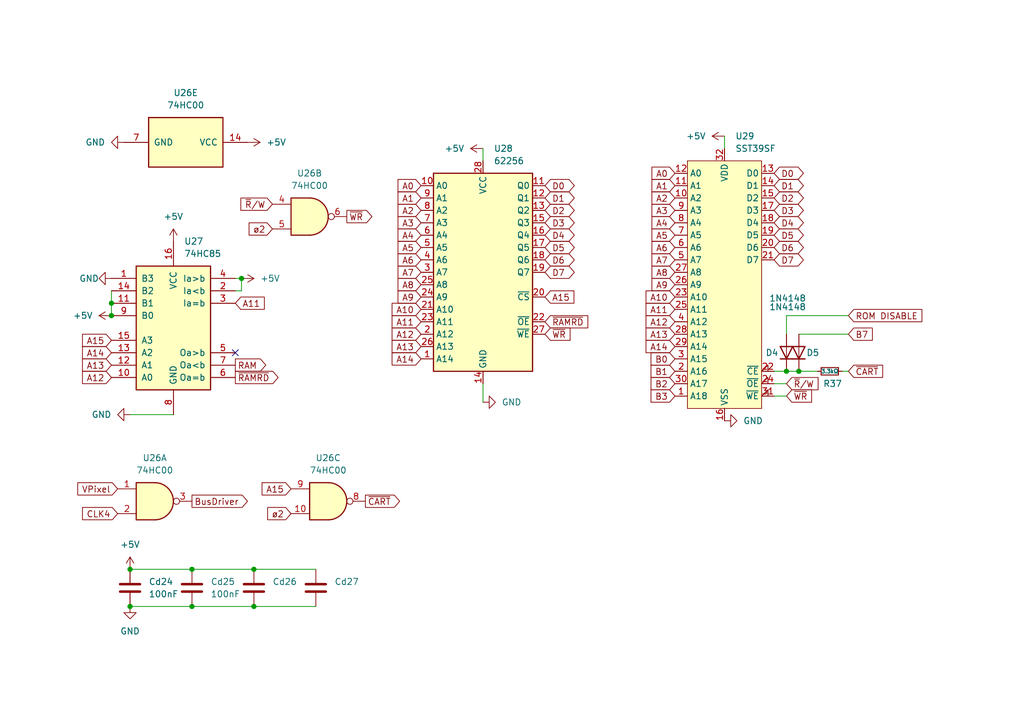
<source format=kicad_sch>
(kicad_sch (version 20231120) (generator "eeschema") (generator_version "8.0")
  (paper "A5")
  (title_block (title "Memory Mapping and RAM"))
  (lib_symbols
    (symbol "74xx:74HC00" (pin_names (offset 1.016))
      (property "Reference" "U" (at 0 1.27 0))
      (property "Value" "74HC00" (at 0 -1.27 0))
      (symbol "74HC00_1_1"
        (arc (start 0 -3.81) (mid 3.7934 0) (end 0 3.81) (stroke (width 0.254)) (fill (type background)))
        (polyline (pts (xy 0 3.81) (xy -3.81 3.81) (xy -3.81 -3.81) (xy 0 -3.81)) (stroke (width 0.254)) (fill (type background)))
        (pin input line (at -7.62 2.54 0) (length 3.81) (name "~") (number "1"))
        (pin input line (at -7.62 -2.54 0) (length 3.81) (name "~") (number "2"))
        (pin output inverted (at 7.62 0 180) (length 3.81) (name "~") (number "3"))
      )
      (symbol "74HC00_1_2"
        (arc (start -3.81 -3.81) (mid -2.589 0) (end -3.81 3.81) (stroke (width 0.254)))
        (arc (start -0.6096 -3.81) (mid 2.1842 -2.5851) (end 3.81 0) (stroke (width 0.254)) (fill (type background)))
        (polyline (pts (xy -3.81 -3.81) (xy -0.635 -3.81)) (stroke (width 0.254)) (fill (type background)))
        (polyline (pts (xy -3.81 3.81) (xy -0.635 3.81)) (stroke (width 0.254)) (fill (type background)))
        (polyline (pts (xy -0.635 3.81) (xy -3.81 3.81) (xy -3.81 3.81) (xy -3.556 3.4036) (xy -3.0226 2.2606) (xy -2.6924 1.0414) (xy -2.6162 -0.254) (xy -2.7686 -1.4986) (xy -3.175 -2.7178) (xy -3.81 -3.81) (xy -3.81 -3.81) (xy -0.635 -3.81)) (stroke (width -25.4)) (fill (type background)))
        (arc (start 3.81 0) (mid 2.1915 2.5936) (end -0.6096 3.81) (stroke (width 0.254)) (fill (type background)))
        (pin input inverted (at -7.62 2.54 0) (length 4.318) (name "~") (number "1"))
        (pin input inverted (at -7.62 -2.54 0) (length 4.318) (name "~") (number "2"))
        (pin output line (at 7.62 0 180) (length 3.81) (name "~") (number "3"))
      )
      (symbol "74HC00_2_1"
        (arc (start 0 -3.81) (mid 3.7934 0) (end 0 3.81) (stroke (width 0.254)) (fill (type background)))
        (polyline (pts (xy 0 3.81) (xy -3.81 3.81) (xy -3.81 -3.81) (xy 0 -3.81)) (stroke (width 0.254)) (fill (type background)))
        (pin input line (at -7.62 2.54 0) (length 3.81) (name "~") (number "4"))
        (pin input line (at -7.62 -2.54 0) (length 3.81) (name "~") (number "5"))
        (pin output inverted (at 7.62 0 180) (length 3.81) (name "~") (number "6"))
      )
      (symbol "74HC00_2_2"
        (arc (start -3.81 -3.81) (mid -2.589 0) (end -3.81 3.81) (stroke (width 0.254)))
        (arc (start -0.6096 -3.81) (mid 2.1842 -2.5851) (end 3.81 0) (stroke (width 0.254)) (fill (type background)))
        (polyline (pts (xy -3.81 -3.81) (xy -0.635 -3.81)) (stroke (width 0.254)) (fill (type background)))
        (polyline (pts (xy -3.81 3.81) (xy -0.635 3.81)) (stroke (width 0.254)) (fill (type background)))
        (polyline (pts (xy -0.635 3.81) (xy -3.81 3.81) (xy -3.81 3.81) (xy -3.556 3.4036) (xy -3.0226 2.2606) (xy -2.6924 1.0414) (xy -2.6162 -0.254) (xy -2.7686 -1.4986) (xy -3.175 -2.7178) (xy -3.81 -3.81) (xy -3.81 -3.81) (xy -0.635 -3.81)) (stroke (width -25.4)) (fill (type background)))
        (arc (start 3.81 0) (mid 2.1915 2.5936) (end -0.6096 3.81) (stroke (width 0.254)) (fill (type background)))
        (pin input inverted (at -7.62 2.54 0) (length 4.318) (name "~") (number "4"))
        (pin input inverted (at -7.62 -2.54 0) (length 4.318) (name "~") (number "5"))
        (pin output line (at 7.62 0 180) (length 3.81) (name "~") (number "6"))
      )
      (symbol "74HC00_3_1"
        (arc (start 0 -3.81) (mid 3.7934 0) (end 0 3.81) (stroke (width 0.254)) (fill (type background)))
        (polyline (pts (xy 0 3.81) (xy -3.81 3.81) (xy -3.81 -3.81) (xy 0 -3.81)) (stroke (width 0.254)) (fill (type background)))
        (pin input line (at -7.62 -2.54 0) (length 3.81) (name "~") (number "10"))
        (pin output inverted (at 7.62 0 180) (length 3.81) (name "~") (number "8"))
        (pin input line (at -7.62 2.54 0) (length 3.81) (name "~") (number "9"))
      )
      (symbol "74HC00_3_2"
        (arc (start -3.81 -3.81) (mid -2.589 0) (end -3.81 3.81) (stroke (width 0.254)))
        (arc (start -0.6096 -3.81) (mid 2.1842 -2.5851) (end 3.81 0) (stroke (width 0.254)) (fill (type background)))
        (polyline (pts (xy -3.81 -3.81) (xy -0.635 -3.81)) (stroke (width 0.254)) (fill (type background)))
        (polyline (pts (xy -3.81 3.81) (xy -0.635 3.81)) (stroke (width 0.254)) (fill (type background)))
        (polyline (pts (xy -0.635 3.81) (xy -3.81 3.81) (xy -3.81 3.81) (xy -3.556 3.4036) (xy -3.0226 2.2606) (xy -2.6924 1.0414) (xy -2.6162 -0.254) (xy -2.7686 -1.4986) (xy -3.175 -2.7178) (xy -3.81 -3.81) (xy -3.81 -3.81) (xy -0.635 -3.81)) (stroke (width -25.4)) (fill (type background)))
        (arc (start 3.81 0) (mid 2.1915 2.5936) (end -0.6096 3.81) (stroke (width 0.254)) (fill (type background)))
        (pin input inverted (at -7.62 -2.54 0) (length 4.318) (name "~") (number "10"))
        (pin output line (at 7.62 0 180) (length 3.81) (name "~") (number "8"))
        (pin input inverted (at -7.62 2.54 0) (length 4.318) (name "~") (number "9"))
      )
      (symbol "74HC00_4_1"
        (arc (start 0 -3.81) (mid 3.7934 0) (end 0 3.81) (stroke (width 0.254)) (fill (type background)))
        (polyline (pts (xy 0 3.81) (xy -3.81 3.81) (xy -3.81 -3.81) (xy 0 -3.81)) (stroke (width 0.254)) (fill (type background)))
        (pin output inverted (at 7.62 0 180) (length 3.81) (name "~") (number "11"))
        (pin input line (at -7.62 2.54 0) (length 3.81) (name "~") (number "12"))
        (pin input line (at -7.62 -2.54 0) (length 3.81) (name "~") (number "13"))
      )
      (symbol "74HC00_4_2"
        (arc (start -3.81 -3.81) (mid -2.589 0) (end -3.81 3.81) (stroke (width 0.254)))
        (arc (start -0.6096 -3.81) (mid 2.1842 -2.5851) (end 3.81 0) (stroke (width 0.254)) (fill (type background)))
        (polyline (pts (xy -3.81 -3.81) (xy -0.635 -3.81)) (stroke (width 0.254)) (fill (type background)))
        (polyline (pts (xy -3.81 3.81) (xy -0.635 3.81)) (stroke (width 0.254)) (fill (type background)))
        (polyline (pts (xy -0.635 3.81) (xy -3.81 3.81) (xy -3.81 3.81) (xy -3.556 3.4036) (xy -3.0226 2.2606) (xy -2.6924 1.0414) (xy -2.6162 -0.254) (xy -2.7686 -1.4986) (xy -3.175 -2.7178) (xy -3.81 -3.81) (xy -3.81 -3.81) (xy -0.635 -3.81)) (stroke (width -25.4)) (fill (type background)))
        (arc (start 3.81 0) (mid 2.1915 2.5936) (end -0.6096 3.81) (stroke (width 0.254)) (fill (type background)))
        (pin output line (at 7.62 0 180) (length 3.81) (name "~") (number "11"))
        (pin input inverted (at -7.62 2.54 0) (length 4.318) (name "~") (number "12"))
        (pin input inverted (at -7.62 -2.54 0) (length 4.318) (name "~") (number "13"))
      )
      (symbol "74HC00_5_0"
        (pin power_in line (at 0 12.7 270) (length 5.08) (name "VCC") (number "14"))
        (pin power_in line (at 0 -12.7 90) (length 5.08) (name "GND") (number "7"))
      )
      (symbol "74HC00_5_1"
        (rectangle (start -5.08 7.62) (end 5.08 -7.62) (stroke (width 0.254)) (fill (type background)))
      )
    )
    (symbol "74xx:74HC85" (pin_names (offset 1.016))
      (property "Reference" "U" (at -7.62 13.97 0))
      (property "Value" "74HC85" (at -7.62 -13.97 0))
      (symbol "74HC85_1_0"
        (pin input line (at -12.7 10.16 0) (length 5.08) (name "B3") (number "1"))
        (pin input line (at -12.7 -10.16 0) (length 5.08) (name "A0") (number "10"))
        (pin input line (at -12.7 5.08 0) (length 5.08) (name "B1") (number "11"))
        (pin input line (at -12.7 -7.62 0) (length 5.08) (name "A1") (number "12"))
        (pin input line (at -12.7 -5.08 0) (length 5.08) (name "A2") (number "13"))
        (pin input line (at -12.7 7.62 0) (length 5.08) (name "B2") (number "14"))
        (pin input line (at -12.7 -2.54 0) (length 5.08) (name "A3") (number "15"))
        (pin power_in line (at 0 17.78 270) (length 5.08) (name "VCC") (number "16"))
        (pin input line (at 12.7 7.62 180) (length 5.08) (name "Ia<b") (number "2"))
        (pin input line (at 12.7 5.08 180) (length 5.08) (name "Ia=b") (number "3"))
        (pin input line (at 12.7 10.16 180) (length 5.08) (name "Ia>b") (number "4"))
        (pin output line (at 12.7 -5.08 180) (length 5.08) (name "Oa>b") (number "5"))
        (pin output line (at 12.7 -10.16 180) (length 5.08) (name "Oa=b") (number "6"))
        (pin output line (at 12.7 -7.62 180) (length 5.08) (name "Oa<b") (number "7"))
        (pin power_in line (at 0 -17.78 90) (length 5.08) (name "GND") (number "8"))
        (pin input line (at -12.7 2.54 0) (length 5.08) (name "B0") (number "9"))
      )
      (symbol "74HC85_1_1"
        (rectangle (start -7.62 12.7) (end 7.62 -12.7) (stroke (width 0.254)) (fill (type background)))
      )
    )
    (symbol "Device:C" (pin_numbers hide) (pin_names (offset 0.254))
      (property "Reference" "C" (at 0.635 2.54 0))
      (property "Value" "C" (at 0.635 -2.54 0))
      (symbol "C_0_1"
        (polyline (pts (xy -2.032 -0.762) (xy 2.032 -0.762)) (stroke (width 0.508)))
        (polyline (pts (xy -2.032 0.762) (xy 2.032 0.762)) (stroke (width 0.508)))
      )
      (symbol "C_1_1"
        (pin passive line (at 0 3.81 270) (length 2.794) (name "~") (number "1"))
        (pin passive line (at 0 -3.81 90) (length 2.794) (name "~") (number "2"))
      )
    )
    (symbol "Device:R_Small" (pin_numbers hide) (pin_names (offset 0.254) hide)
      (property "Reference" "R" (at 0.762 0.508 0))
      (property "Value" "R_Small" (at 0.762 -1.016 0))
      (symbol "R_Small_0_1"
        (rectangle (start -0.762 1.778) (end 0.762 -1.778) (stroke (width 0.2032)))
      )
      (symbol "R_Small_1_1"
        (pin passive line (at 0 2.54 270) (length 0.762) (name "~") (number "1"))
        (pin passive line (at 0 -2.54 90) (length 0.762) (name "~") (number "2"))
      )
    )
    (symbol "Diode:1N4148" (pin_numbers hide) (pin_names hide)
      (property "Reference" "D" (at 0 2.54 0))
      (property "Value" "1N4148" (at 0 -2.54 0))
      (symbol "1N4148_0_1"
        (polyline (pts (xy -1.27 1.27) (xy -1.27 -1.27)) (stroke (width 0.254)))
        (polyline (pts (xy 1.27 0) (xy -1.27 0)))
        (polyline (pts (xy 1.27 1.27) (xy 1.27 -1.27) (xy -1.27 0) (xy 1.27 1.27)) (stroke (width 0.254)))
      )
      (symbol "1N4148_1_1"
        (pin passive line (at -3.81 0 0) (length 2.54) (name "K") (number "1"))
        (pin passive line (at 3.81 0 180) (length 2.54) (name "A") (number "2"))
      )
    )
    (symbol "GND_1" (power) (pin_numbers hide) (pin_names (offset 0) hide)
      (property "Value" "GND" (at 0 -3.81 0))
      (symbol "GND_1_0_1"
        (polyline (pts (xy 0 0) (xy 0 -1.27) (xy 1.27 -1.27) (xy 0 -2.54) (xy -1.27 -1.27) (xy 0 -1.27)))
      )
      (symbol "GND_1_1_1"
        (pin power_in line (at 0 0 270) (length 0) (name "~") (number "1"))
      )
    )
    (symbol "Memory_Lib:SST39SF040"
      (property "Reference" "U" (at 11.43 54.61 0))
      (property "Value" "SST39SF040" (at 19.05 52.07 0))
      (symbol "SST39SF040_1_1"
        (rectangle (start 0 50.8) (end 15.24 0) (fill (type background)))
        (pin input line (at -2.54 2.54 0) (length 2.54) (name "A18") (number "1"))
        (pin input line (at -2.54 43.18 0) (length 2.54) (name "A2") (number "10"))
        (pin input line (at -2.54 45.72 0) (length 2.54) (name "A1") (number "11"))
        (pin input line (at -2.54 48.26 0) (length 2.54) (name "A0") (number "12"))
        (pin bidirectional line (at 17.78 48.26 180) (length 2.54) (name "D0") (number "13"))
        (pin bidirectional line (at 17.78 45.72 180) (length 2.54) (name "D1") (number "14"))
        (pin bidirectional line (at 17.78 43.18 180) (length 2.54) (name "D2") (number "15"))
        (pin power_in line (at 7.62 -2.54 90) (length 2.54) (name "VSS") (number "16"))
        (pin bidirectional line (at 17.78 40.64 180) (length 2.54) (name "D3") (number "17"))
        (pin bidirectional line (at 17.78 38.1 180) (length 2.54) (name "D4") (number "18"))
        (pin bidirectional line (at 17.78 35.56 180) (length 2.54) (name "D5") (number "19"))
        (pin input line (at -2.54 7.62 0) (length 2.54) (name "A16") (number "2"))
        (pin bidirectional line (at 17.78 33.02 180) (length 2.54) (name "D6") (number "20"))
        (pin bidirectional line (at 17.78 30.48 180) (length 2.54) (name "D7") (number "21"))
        (pin input input_low (at 17.78 7.62 180) (length 2.54) (name "~{CE}") (number "22"))
        (pin input line (at -2.54 22.86 0) (length 2.54) (name "A10") (number "23"))
        (pin input input_low (at 17.78 5.08 180) (length 2.54) (name "~{OE}") (number "24"))
        (pin input line (at -2.54 20.32 0) (length 2.54) (name "A11") (number "25"))
        (pin input line (at -2.54 25.4 0) (length 2.54) (name "A9") (number "26"))
        (pin input line (at -2.54 27.94 0) (length 2.54) (name "A8") (number "27"))
        (pin input line (at -2.54 15.24 0) (length 2.54) (name "A13") (number "28"))
        (pin input line (at -2.54 12.7 0) (length 2.54) (name "A14") (number "29"))
        (pin input line (at -2.54 10.16 0) (length 2.54) (name "A15") (number "3"))
        (pin input line (at -2.54 5.08 0) (length 2.54) (name "A17") (number "30"))
        (pin input input_low (at 17.78 2.54 180) (length 2.54) (name "~{WE}") (number "31"))
        (pin power_in line (at 7.62 53.34 270) (length 2.54) (name "VDD") (number "32"))
        (pin input line (at -2.54 17.78 0) (length 2.54) (name "A12") (number "4"))
        (pin input line (at -2.54 30.48 0) (length 2.54) (name "A7") (number "5"))
        (pin input line (at -2.54 33.02 0) (length 2.54) (name "A6") (number "6"))
        (pin input line (at -2.54 35.56 0) (length 2.54) (name "A5") (number "7"))
        (pin input line (at -2.54 38.1 0) (length 2.54) (name "A4") (number "8"))
        (pin input line (at -2.54 40.64 0) (length 2.54) (name "A3") (number "9"))
      )
    )
    (symbol "Memory_RAM:HM62256BLP"
      (property "Reference" "U" (at -10.16 20.955 0))
      (property "Value" "HM62256BLP" (at 2.54 20.955 0))
      (symbol "HM62256BLP_0_0"
        (pin power_in line (at 0 -22.86 90) (length 2.54) (name "GND") (number "14"))
        (pin power_in line (at 0 22.86 270) (length 2.54) (name "VCC") (number "28"))
      )
      (symbol "HM62256BLP_0_1"
        (rectangle (start -10.16 20.32) (end 10.16 -20.32) (stroke (width 0.254)) (fill (type background)))
      )
      (symbol "HM62256BLP_1_1"
        (pin input line (at -12.7 -17.78 0) (length 2.54) (name "A14") (number "1"))
        (pin input line (at -12.7 17.78 0) (length 2.54) (name "A0") (number "10"))
        (pin tri_state line (at 12.7 17.78 180) (length 2.54) (name "Q0") (number "11"))
        (pin tri_state line (at 12.7 15.24 180) (length 2.54) (name "Q1") (number "12"))
        (pin tri_state line (at 12.7 12.7 180) (length 2.54) (name "Q2") (number "13"))
        (pin tri_state line (at 12.7 10.16 180) (length 2.54) (name "Q3") (number "15"))
        (pin tri_state line (at 12.7 7.62 180) (length 2.54) (name "Q4") (number "16"))
        (pin tri_state line (at 12.7 5.08 180) (length 2.54) (name "Q5") (number "17"))
        (pin tri_state line (at 12.7 2.54 180) (length 2.54) (name "Q6") (number "18"))
        (pin tri_state line (at 12.7 0 180) (length 2.54) (name "Q7") (number "19"))
        (pin input line (at -12.7 -12.7 0) (length 2.54) (name "A12") (number "2"))
        (pin input line (at 12.7 -5.08 180) (length 2.54) (name "~{CS}") (number "20"))
        (pin input line (at -12.7 -7.62 0) (length 2.54) (name "A10") (number "21"))
        (pin input line (at 12.7 -10.16 180) (length 2.54) (name "~{OE}") (number "22"))
        (pin input line (at -12.7 -10.16 0) (length 2.54) (name "A11") (number "23"))
        (pin input line (at -12.7 -5.08 0) (length 2.54) (name "A9") (number "24"))
        (pin input line (at -12.7 -2.54 0) (length 2.54) (name "A8") (number "25"))
        (pin input line (at -12.7 -15.24 0) (length 2.54) (name "A13") (number "26"))
        (pin input line (at 12.7 -12.7 180) (length 2.54) (name "~{WE}") (number "27"))
        (pin input line (at -12.7 0 0) (length 2.54) (name "A7") (number "3"))
        (pin input line (at -12.7 2.54 0) (length 2.54) (name "A6") (number "4"))
        (pin input line (at -12.7 5.08 0) (length 2.54) (name "A5") (number "5"))
        (pin input line (at -12.7 7.62 0) (length 2.54) (name "A4") (number "6"))
        (pin input line (at -12.7 10.16 0) (length 2.54) (name "A3") (number "7"))
        (pin input line (at -12.7 12.7 0) (length 2.54) (name "A2") (number "8"))
        (pin input line (at -12.7 15.24 0) (length 2.54) (name "A1") (number "9"))
      )
    )
    (symbol "power:+5V" (power) (pin_names (offset 0))
      (property "Value" "+5V" (at 0 3.556 0))
      (symbol "+5V_0_1"
        (polyline (pts (xy -0.762 1.27) (xy 0 2.54)))
        (polyline (pts (xy 0 0) (xy 0 2.54)))
        (polyline (pts (xy 0 2.54) (xy 0.762 1.27)))
      )
      (symbol "+5V_1_1"
        (pin power_in line (at 0 0 90) (length 0) hide (name "+5V") (number "1"))
      )
    )
    (symbol "power:GND" (power) (pin_names (offset 0))
      (property "Value" "GND" (at 0 -3.81 0))
      (symbol "GND_0_1"
        (polyline (pts (xy 0 0) (xy 0 -1.27) (xy 1.27 -1.27) (xy 0 -2.54) (xy -1.27 -1.27) (xy 0 -1.27)))
      )
      (symbol "GND_1_1"
        (pin power_in line (at 0 0 270) (length 0) hide (name "GND") (number "1"))
      )
    )
  )
  (junction (at 49.53 57.15))
  (junction (at 26.67 124.46))
  (junction (at 52.07 124.46))
  (junction (at 22.86 64.77))
  (junction (at 22.86 62.23))
  (junction (at 163.83 76.2))
  (junction (at 161.29 76.2))
  (junction (at 52.07 116.84))
  (junction (at 26.67 116.84))
  (junction (at 39.37 116.84))
  (junction (at 39.37 124.46))
  (no_connect (at 48.26 72.39))
  (wire (pts (xy 39.37 124.46) (xy 52.07 124.46)))
  (wire (pts (xy 26.67 116.84) (xy 39.37 116.84)))
  (wire (pts (xy 163.83 68.58) (xy 173.99 68.58)))
  (wire (pts (xy 26.67 124.46) (xy 39.37 124.46)))
  (wire (pts (xy 26.67 85.09) (xy 35.56 85.09)))
  (wire (pts (xy 99.06 78.74) (xy 99.06 82.55)))
  (wire (pts (xy 52.07 116.84) (xy 64.77 116.84)))
  (wire (pts (xy 173.99 64.77) (xy 161.29 64.77)))
  (wire (pts (xy 163.83 76.2) (xy 167.64 76.2)))
  (wire (pts (xy 52.07 124.46) (xy 64.77 124.46)))
  (wire (pts (xy 161.29 64.77) (xy 161.29 68.58)))
  (wire (pts (xy 158.75 78.74) (xy 161.29 78.74)))
  (wire (pts (xy 161.29 81.28) (xy 158.75 81.28)))
  (wire (pts (xy 22.86 59.69) (xy 22.86 62.23)))
  (wire (pts (xy 99.06 30.48) (xy 99.06 33.02)))
  (wire (pts (xy 148.59 27.94) (xy 148.59 30.48)))
  (wire (pts (xy 22.86 62.23) (xy 22.86 64.77)))
  (wire (pts (xy 161.29 76.2) (xy 163.83 76.2)))
  (wire (pts (xy 158.75 76.2) (xy 161.29 76.2)))
  (wire (pts (xy 49.53 57.15) (xy 49.53 59.69)))
  (wire (pts (xy 49.53 57.15) (xy 48.26 57.15)))
  (wire (pts (xy 39.37 116.84) (xy 52.07 116.84)))
  (wire (pts (xy 48.26 59.69) (xy 49.53 59.69)))
  (wire (pts (xy 172.72 76.2) (xy 173.99 76.2)))
  (global_label "A0" (shape input) (at 138.43 35.56 180) (property "Intersheetrefs" "${INTERSHEET_REFS}" (effects (hide yes))))
  (global_label "RAM" (shape output) (at 48.26 74.93 0) (property "Intersheetrefs" "${INTERSHEET_REFS}" (effects (hide yes))))
  (global_label "D5" (shape bidirectional) (at 111.76 50.8 0) (property "Intersheetrefs" "${INTERSHEET_REFS}" (effects (hide yes))))
  (global_label "A4" (shape input) (at 86.36 48.26 180) (property "Intersheetrefs" "${INTERSHEET_REFS}" (effects (hide yes))))
  (global_label "~{CART}" (shape input) (at 173.99 76.2 0) (property "Intersheetrefs" "${INTERSHEET_REFS}" (effects (hide yes))))
  (global_label "A10" (shape input) (at 86.36 63.5 180) (property "Intersheetrefs" "${INTERSHEET_REFS}" (effects (hide yes))))
  (global_label "A5" (shape input) (at 86.36 50.8 180) (property "Intersheetrefs" "${INTERSHEET_REFS}" (effects (hide yes))))
  (global_label "~{WR}" (shape output) (at 71.12 44.45 0) (property "Intersheetrefs" "${INTERSHEET_REFS}" (effects (hide yes))))
  (global_label "A0" (shape input) (at 86.36 38.1 180) (property "Intersheetrefs" "${INTERSHEET_REFS}" (effects (hide yes))))
  (global_label "~{R}{slash}W" (shape input) (at 161.29 78.74 0) (property "Intersheetrefs" "${INTERSHEET_REFS}" (effects (hide yes))))
  (global_label "D1" (shape bidirectional) (at 158.75 38.1 0) (property "Intersheetrefs" "${INTERSHEET_REFS}" (effects (hide yes))))
  (global_label "D2" (shape bidirectional) (at 158.75 40.64 0) (property "Intersheetrefs" "${INTERSHEET_REFS}" (effects (hide yes))))
  (global_label "D4" (shape bidirectional) (at 158.75 45.72 0) (property "Intersheetrefs" "${INTERSHEET_REFS}" (effects (hide yes))))
  (global_label "A12" (shape input) (at 86.36 68.58 180) (property "Intersheetrefs" "${INTERSHEET_REFS}" (effects (hide yes))))
  (global_label "A14" (shape input) (at 22.86 72.39 180) (property "Intersheetrefs" "${INTERSHEET_REFS}" (effects (hide yes))))
  (global_label "BusDriver" (shape output) (at 39.37 102.87 0) (property "Intersheetrefs" "${INTERSHEET_REFS}" (effects (hide yes))))
  (global_label "A14" (shape input) (at 138.43 71.12 180) (property "Intersheetrefs" "${INTERSHEET_REFS}" (effects (hide yes))))
  (global_label "~{WR}" (shape input) (at 161.29 81.28 0) (property "Intersheetrefs" "${INTERSHEET_REFS}" (effects (hide yes))))
  (global_label "ø2" (shape input) (at 55.88 46.99 180) (property "Intersheetrefs" "${INTERSHEET_REFS}" (effects (hide yes))))
  (global_label "A8" (shape input) (at 138.43 55.88 180) (property "Intersheetrefs" "${INTERSHEET_REFS}" (effects (hide yes))))
  (global_label "D3" (shape bidirectional) (at 158.75 43.18 0) (property "Intersheetrefs" "${INTERSHEET_REFS}" (effects (hide yes))))
  (global_label "A13" (shape input) (at 138.43 68.58 180) (property "Intersheetrefs" "${INTERSHEET_REFS}" (effects (hide yes))))
  (global_label "ø2" (shape input) (at 59.69 105.41 180) (property "Intersheetrefs" "${INTERSHEET_REFS}" (effects (hide yes))))
  (global_label "B7" (shape input) (at 173.99 68.58 0) (property "Intersheetrefs" "${INTERSHEET_REFS}" (effects (hide yes))))
  (global_label "A11" (shape input) (at 48.26 62.23 0) (property "Intersheetrefs" "${INTERSHEET_REFS}" (effects (hide yes))))
  (global_label "A2" (shape input) (at 86.36 43.18 180) (property "Intersheetrefs" "${INTERSHEET_REFS}" (effects (hide yes))))
  (global_label "A14" (shape input) (at 86.36 73.66 180) (property "Intersheetrefs" "${INTERSHEET_REFS}" (effects (hide yes))))
  (global_label "A7" (shape input) (at 138.43 53.34 180) (property "Intersheetrefs" "${INTERSHEET_REFS}" (effects (hide yes))))
  (global_label "D6" (shape bidirectional) (at 111.76 53.34 0) (property "Intersheetrefs" "${INTERSHEET_REFS}" (effects (hide yes))))
  (global_label "CLK4" (shape input) (at 24.13 105.41 180) (property "Intersheetrefs" "${INTERSHEET_REFS}" (effects (hide yes))))
  (global_label "B1" (shape input) (at 138.43 76.2 180) (property "Intersheetrefs" "${INTERSHEET_REFS}" (effects (hide yes))))
  (global_label "D0" (shape bidirectional) (at 158.75 35.56 0) (property "Intersheetrefs" "${INTERSHEET_REFS}" (effects (hide yes))))
  (global_label "D4" (shape bidirectional) (at 111.76 48.26 0) (property "Intersheetrefs" "${INTERSHEET_REFS}" (effects (hide yes))))
  (global_label "D3" (shape bidirectional) (at 111.76 45.72 0) (property "Intersheetrefs" "${INTERSHEET_REFS}" (effects (hide yes))))
  (global_label "~{RAMRD}" (shape input) (at 111.76 66.04 0) (property "Intersheetrefs" "${INTERSHEET_REFS}" (effects (hide yes))))
  (global_label "A6" (shape input) (at 86.36 53.34 180) (property "Intersheetrefs" "${INTERSHEET_REFS}" (effects (hide yes))))
  (global_label "A13" (shape input) (at 22.86 74.93 180) (property "Intersheetrefs" "${INTERSHEET_REFS}" (effects (hide yes))))
  (global_label "D2" (shape bidirectional) (at 111.76 43.18 0) (property "Intersheetrefs" "${INTERSHEET_REFS}" (effects (hide yes))))
  (global_label "A11" (shape input) (at 138.43 63.5 180) (property "Intersheetrefs" "${INTERSHEET_REFS}" (effects (hide yes))))
  (global_label "ROM DISABLE" (shape input) (at 173.99 64.77 0) (property "Intersheetrefs" "${INTERSHEET_REFS}" (effects (hide yes))))
  (global_label "~{WR}" (shape input) (at 111.76 68.58 0) (property "Intersheetrefs" "${INTERSHEET_REFS}" (effects (hide yes))))
  (global_label "A15" (shape input) (at 22.86 69.85 180) (property "Intersheetrefs" "${INTERSHEET_REFS}" (effects (hide yes))))
  (global_label "A15" (shape input) (at 111.76 60.96 0) (property "Intersheetrefs" "${INTERSHEET_REFS}" (effects (hide yes))))
  (global_label "~{CART}" (shape output) (at 74.93 102.87 0) (property "Intersheetrefs" "${INTERSHEET_REFS}" (effects (hide yes))))
  (global_label "VPixel" (shape input) (at 24.13 100.33 180) (property "Intersheetrefs" "${INTERSHEET_REFS}" (effects (hide yes))))
  (global_label "A13" (shape input) (at 86.36 71.12 180) (property "Intersheetrefs" "${INTERSHEET_REFS}" (effects (hide yes))))
  (global_label "D6" (shape bidirectional) (at 158.75 50.8 0) (property "Intersheetrefs" "${INTERSHEET_REFS}" (effects (hide yes))))
  (global_label "A3" (shape input) (at 86.36 45.72 180) (property "Intersheetrefs" "${INTERSHEET_REFS}" (effects (hide yes))))
  (global_label "B0" (shape input) (at 138.43 73.66 180) (property "Intersheetrefs" "${INTERSHEET_REFS}" (effects (hide yes))))
  (global_label "A6" (shape input) (at 138.43 50.8 180) (property "Intersheetrefs" "${INTERSHEET_REFS}" (effects (hide yes))))
  (global_label "A12" (shape input) (at 22.86 77.47 180) (property "Intersheetrefs" "${INTERSHEET_REFS}" (effects (hide yes))))
  (global_label "A15" (shape input) (at 59.69 100.33 180) (property "Intersheetrefs" "${INTERSHEET_REFS}" (effects (hide yes))))
  (global_label "D7" (shape bidirectional) (at 111.76 55.88 0) (property "Intersheetrefs" "${INTERSHEET_REFS}" (effects (hide yes))))
  (global_label "~{RAMRD}" (shape output) (at 48.26 77.47 0) (property "Intersheetrefs" "${INTERSHEET_REFS}" (effects (hide yes))))
  (global_label "~{R}{slash}W" (shape input) (at 55.88 41.91 180) (property "Intersheetrefs" "${INTERSHEET_REFS}" (effects (hide yes))))
  (global_label "D5" (shape bidirectional) (at 158.75 48.26 0) (property "Intersheetrefs" "${INTERSHEET_REFS}" (effects (hide yes))))
  (global_label "A7" (shape input) (at 86.36 55.88 180) (property "Intersheetrefs" "${INTERSHEET_REFS}" (effects (hide yes))))
  (global_label "A1" (shape input) (at 86.36 40.64 180) (property "Intersheetrefs" "${INTERSHEET_REFS}" (effects (hide yes))))
  (global_label "A10" (shape input) (at 138.43 60.96 180) (property "Intersheetrefs" "${INTERSHEET_REFS}" (effects (hide yes))))
  (global_label "B3" (shape input) (at 138.43 81.28 180) (property "Intersheetrefs" "${INTERSHEET_REFS}" (effects (hide yes))))
  (global_label "A2" (shape input) (at 138.43 40.64 180) (property "Intersheetrefs" "${INTERSHEET_REFS}" (effects (hide yes))))
  (global_label "A3" (shape input) (at 138.43 43.18 180) (property "Intersheetrefs" "${INTERSHEET_REFS}" (effects (hide yes))))
  (global_label "A11" (shape input) (at 86.36 66.04 180) (property "Intersheetrefs" "${INTERSHEET_REFS}" (effects (hide yes))))
  (global_label "A12" (shape input) (at 138.43 66.04 180) (property "Intersheetrefs" "${INTERSHEET_REFS}" (effects (hide yes))))
  (global_label "A5" (shape input) (at 138.43 48.26 180) (property "Intersheetrefs" "${INTERSHEET_REFS}" (effects (hide yes))))
  (global_label "D7" (shape bidirectional) (at 158.75 53.34 0) (property "Intersheetrefs" "${INTERSHEET_REFS}" (effects (hide yes))))
  (global_label "A8" (shape input) (at 86.36 58.42 180) (property "Intersheetrefs" "${INTERSHEET_REFS}" (effects (hide yes))))
  (global_label "A1" (shape input) (at 138.43 38.1 180) (property "Intersheetrefs" "${INTERSHEET_REFS}" (effects (hide yes))))
  (global_label "B2" (shape input) (at 138.43 78.74 180) (property "Intersheetrefs" "${INTERSHEET_REFS}" (effects (hide yes))))
  (global_label "A4" (shape input) (at 138.43 45.72 180) (property "Intersheetrefs" "${INTERSHEET_REFS}" (effects (hide yes))))
  (global_label "A9" (shape input) (at 86.36 60.96 180) (property "Intersheetrefs" "${INTERSHEET_REFS}" (effects (hide yes))))
  (global_label "A9" (shape input) (at 138.43 58.42 180) (property "Intersheetrefs" "${INTERSHEET_REFS}" (effects (hide yes))))
  (global_label "D0" (shape bidirectional) (at 111.76 38.1 0) (property "Intersheetrefs" "${INTERSHEET_REFS}" (effects (hide yes))))
  (global_label "D1" (shape bidirectional) (at 111.76 40.64 0) (property "Intersheetrefs" "${INTERSHEET_REFS}" (effects (hide yes))))
  (symbol (lib_id "power:+5V") (at 49.53 57.15 270) (unit 1)
    (property "Reference" "#PWR0114" (effects (hide yes)))
    (property "Value" "+5V" (at 53.34 57.1499 90) (effects (justify left)))
  )
  (symbol (lib_id "Memory_RAM:HM62256BLP") (at 99.06 55.88 0) (unit 1)
    (property "Reference" "U28" (at 101.2541 30.48 0) (effects (justify left)))
    (property "Value" "62256" (at 101.2541 33.02 0) (effects (justify left)))
    (property "Footprint" "Smal:DIP-28_W15.24mm_Socket_LongPads_TWEAK" (effects (hide yes)))
    (property "Datasheet" "https://web.mit.edu/6.115/www/document/62256.pdf" (effects (hide yes)))
  )
  (symbol (lib_id "74xx:74HC00") (at 38.1 29.21 270) (unit 5)
    (property "Reference" "U26" (at 38.1 19.05 90))
    (property "Value" "74HC00" (at 38.1 21.59 90))
    (property "Footprint" "Smal:DIP-14_W7.62mm_Socket_LongPads_TWEAK" (effects (hide yes)))
    (property "Datasheet" "http://www.ti.com/lit/gpn/sn74hc00" (effects (hide yes)))
  )
  (symbol (lib_id "74xx:74HC00") (at 67.31 102.87 0) (unit 3)
    (property "Reference" "U26" (at 67.3017 93.98 0))
    (property "Value" "74HC00" (at 67.3017 96.52 0))
    (property "Footprint" "Smal:DIP-14_W7.62mm_Socket_LongPads_TWEAK" (effects (hide yes)))
    (property "Datasheet" "http://www.ti.com/lit/gpn/sn74hc00" (effects (hide yes)))
  )
  (symbol (lib_id "Device:C") (at 64.77 120.65 0) (unit 1)
    (property "Reference" "Cd27" (at 68.58 119.38 0) (effects (justify left)))
    (property "Value" "100nF" (effects (hide yes)))
    (property "Footprint" "Capacitor_THT:C_Disc_D3.0mm_W1.6mm_P2.50mm" (effects (hide yes)))
  )
  (symbol (lib_id "Device:C") (at 39.37 120.65 0) (unit 1)
    (property "Reference" "Cd25" (at 43.18 119.38 0) (effects (justify left)))
    (property "Value" "100nF" (at 43.18 121.92 0) (effects (justify left)))
    (property "Footprint" "Capacitor_THT:C_Disc_D3.0mm_W1.6mm_P2.50mm" (effects (hide yes)))
  )
  (symbol (lib_id "power:GND") (at 99.06 82.55 90) (unit 1)
    (property "Reference" "#PWR0126" (effects (hide yes)))
    (property "Value" "GND" (at 102.87 82.55 90) (effects (justify right)))
  )
  (symbol (lib_id "power:GND") (at 26.67 124.46 0) (unit 1)
    (property "Reference" "#PWR0118" (effects (hide yes)))
    (property "Value" "GND" (at 26.67 129.54 0))
  )
  (symbol (lib_id "Diode:1N4148") (at 161.29 72.39 90) (unit 1)
    (property "Reference" "D4" (at 156.972 72.39 90) (effects (justify right)))
    (property "Value" "1N4148" (at 157.734 62.992 90) (effects (justify right)))
    (property "Footprint" "Diode_THT:D_DO-34_SOD68_P7.62mm_Horizontal" (effects (hide yes)))
    (property "Datasheet" "https://assets.nexperia.com/documents/data-sheet/1N4148_1N4448.pdf" (effects (hide yes)))
    (property "Description" "100V 0.15A standard switching diode, DO-35" (effects (hide yes)))
    (property "Sim.Device" "D" (effects (hide yes)))
    (property "Sim.Pins" "1=K 2=A" (effects (hide yes)))
  )
  (symbol (lib_id "power:+5V") (at 22.86 64.77 90) (unit 1)
    (property "Reference" "#PWR0115" (effects (hide yes)))
    (property "Value" "+5V" (at 19.05 64.7699 90) (effects (justify left)))
  )
  (symbol (lib_id "Device:C") (at 26.67 120.65 0) (unit 1)
    (property "Reference" "Cd24" (at 30.48 119.38 0) (effects (justify left)))
    (property "Value" "100nF" (at 30.48 121.92 0) (effects (justify left)))
    (property "Footprint" "Capacitor_THT:C_Disc_D3.0mm_W1.6mm_P2.50mm" (effects (hide yes)))
  )
  (symbol (lib_id "74xx:74HC00") (at 63.5 44.45 0) (unit 2)
    (property "Reference" "U26" (at 63.4917 35.56 0))
    (property "Value" "74HC00" (at 63.4917 38.1 0))
    (property "Footprint" "Smal:DIP-14_W7.62mm_Socket_LongPads_TWEAK" (effects (hide yes)))
    (property "Datasheet" "http://www.ti.com/lit/gpn/sn74hc00" (effects (hide yes)))
  )
  (symbol (lib_name "GND_1") (lib_id "power:GND") (at 22.86 57.15 270) (unit 1)
    (property "Reference" "#PWR0116" (effects (hide yes)))
    (property "Value" "GND" (at 20.32 57.1499 90) (effects (justify right)))
    (property "Description" "Power symbol creates a global label with name \"GND\" , ground" (effects (hide yes)))
  )
  (symbol (lib_id "Device:R_Small") (at 170.18 76.2 270) (unit 1)
    (property "Reference" "R37" (at 172.72 78.74 90) (effects (justify right)))
    (property "Value" "3.3kΩ" (at 170.18 76.2 90) (effects (font (size 0.8 0.8))))
    (property "Footprint" "SMAL:R_Horizontal" (effects (hide yes)))
  )
  (symbol (lib_id "power:GND") (at 26.67 85.09 270) (unit 1)
    (property "Reference" "#PWR0122" (effects (hide yes)))
    (property "Value" "GND" (at 22.86 85.09 90) (effects (justify right)))
  )
  (symbol (lib_id "power:+5V") (at 26.67 116.84 0) (unit 1)
    (property "Reference" "#PWR0117" (effects (hide yes)))
    (property "Value" "+5V" (at 26.67 111.76 0))
  )
  (symbol (lib_id "power:GND") (at 148.59 86.36 90) (unit 1)
    (property "Reference" "#PWR0129" (effects (hide yes)))
    (property "Value" "GND" (at 152.4 86.36 90) (effects (justify right)))
  )
  (symbol (lib_id "power:+5V") (at 148.59 27.94 90) (unit 1)
    (property "Reference" "#PWR0128" (effects (hide yes)))
    (property "Value" "+5V" (at 144.78 27.94 90) (effects (justify left)))
  )
  (symbol (lib_id "74xx:74HC85") (at 35.56 67.31 0) (unit 1)
    (property "Reference" "U27" (at 37.7541 49.53 0) (effects (justify left)))
    (property "Value" "74HC85" (at 37.7541 52.07 0) (effects (justify left)))
    (property "Footprint" "Smal:DIP-16_W7.62mm_Socket_LongPads_TWEAK" (effects (hide yes)))
    (property "Datasheet" "https://assets.nexperia.com/documents/data-sheet/74HC_HCT85.pdf" (effects (hide yes)))
    (property "Description" "4-bit Comparator" (effects (hide yes)))
  )
  (symbol (lib_id "Device:C") (at 52.07 120.65 0) (unit 1)
    (property "Reference" "Cd26" (at 55.88 119.38 0) (effects (justify left)))
    (property "Value" "100nF" (effects (hide yes)))
    (property "Footprint" "Capacitor_THT:C_Disc_D3.0mm_W1.6mm_P2.50mm" (effects (hide yes)))
  )
  (symbol (lib_id "power:GND") (at 25.4 29.21 270) (unit 1)
    (property "Reference" "#PWR0112" (effects (hide yes)))
    (property "Value" "GND" (at 21.59 29.21 90) (effects (justify right)))
  )
  (symbol (lib_id "power:+5V") (at 50.8 29.21 270) (unit 1)
    (property "Reference" "#PWR0121" (effects (hide yes)))
    (property "Value" "+5V" (at 54.61 29.21 90) (effects (justify left)))
  )
  (symbol (lib_id "power:+5V") (at 35.56 49.53 0) (unit 1)
    (property "Reference" "#PWR0120" (effects (hide yes)))
    (property "Value" "+5V" (at 35.56 44.45 0))
  )
  (symbol (lib_id "74xx:74HC00") (at 31.75 102.87 0) (unit 1)
    (property "Reference" "U26" (at 31.7417 93.98 0))
    (property "Value" "74HC00" (at 31.7417 96.52 0))
    (property "Footprint" "Smal:DIP-14_W7.62mm_Socket_LongPads_TWEAK" (effects (hide yes)))
    (property "Datasheet" "http://www.ti.com/lit/gpn/sn74hc00" (effects (hide yes)))
  )
  (symbol (lib_id "Memory_Lib:SST39SF040") (at 140.97 83.82 0) (unit 1)
    (property "Reference" "U29" (at 150.7841 27.94 0) (effects (justify left)))
    (property "Value" "SST39SF" (at 150.7841 30.48 0) (effects (justify left)))
    (property "Footprint" "Smal:PLCC-32_THT-Socket_TWEAK" (effects (hide yes)))
    (property "Datasheet" "https://ww1.microchip.com/downloads/aemDocuments/documents/OTH/ProductDocuments/DataSheets/20005022C.pdf" (effects (hide yes)))
  )
  (symbol (lib_id "Diode:1N4148") (at 163.83 72.39 90) (unit 1)
    (property "Reference" "D5" (at 165.354 72.39 90) (effects (justify right)))
    (property "Value" "1N4148" (at 157.734 61.214 90) (effects (justify right)))
    (property "Footprint" "Diode_THT:D_DO-34_SOD68_P7.62mm_Horizontal" (effects (hide yes)))
    (property "Datasheet" "https://assets.nexperia.com/documents/data-sheet/1N4148_1N4448.pdf" (effects (hide yes)))
    (property "Description" "100V 0.15A standard switching diode, DO-35" (effects (hide yes)))
    (property "Sim.Device" "D" (effects (hide yes)))
    (property "Sim.Pins" "1=K 2=A" (effects (hide yes)))
  )
  (symbol (lib_id "power:+5V") (at 99.06 30.48 90) (unit 1)
    (property "Reference" "#PWR0125" (effects (hide yes)))
    (property "Value" "+5V" (at 95.25 30.48 90) (effects (justify left)))
  )
)
</source>
